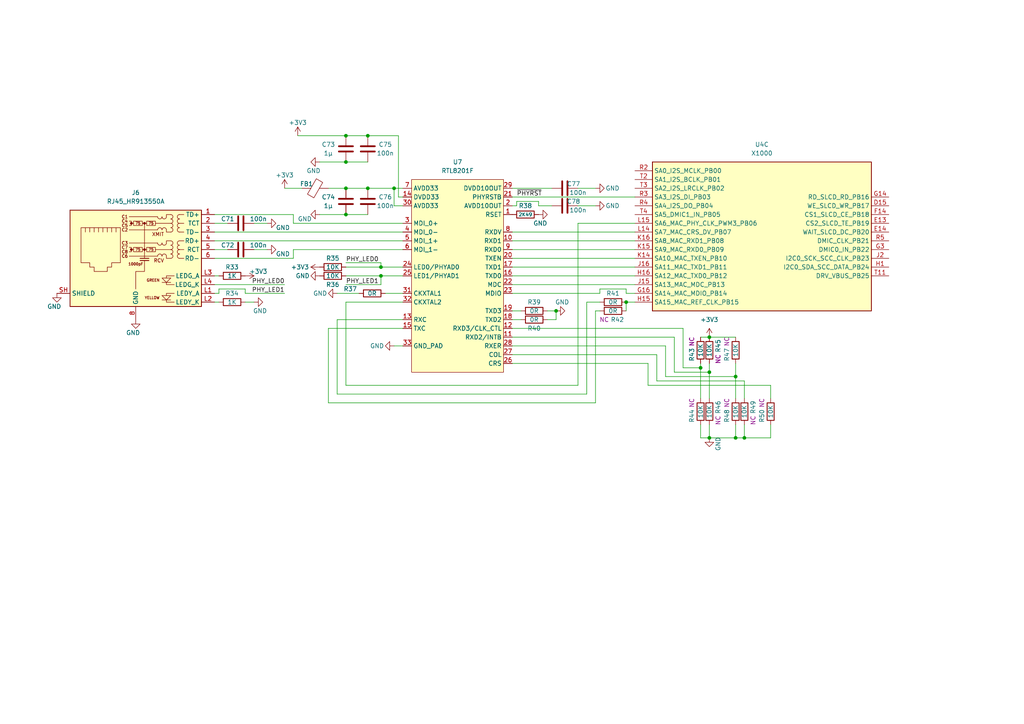
<source format=kicad_sch>
(kicad_sch (version 20211123) (generator eeschema)
  (paper "A4")
  (lib_symbols
    (symbol "Connector:RJ45_Bel_SI-60062-F"
      (property "Reference" "J" (at 19.05 15.24 0))
      (property "Value" "RJ45_Bel_SI-60062-F" (at -19.05 15.24 0))
      (symbol "RJ45_Bel_SI-60062-F_0_0"
        (circle (center -2.54 2.54) (radius 0.254) (stroke (width 0.254)) (fill (type outline)))
        (circle (center -2.54 10.16) (radius 0.254) (stroke (width 0.254)) (fill (type outline)))
        (polyline (pts (xy -7.62 -12.065) (xy -10.16 -12.065)))
        (polyline (pts (xy -7.62 -6.985) (xy -10.16 -6.985)))
        (polyline (pts (xy -2.54 10.16) (xy -2.54 0)))
        (polyline (pts (xy -1.27 -0.635) (xy -3.81 -0.635)) (stroke (width 0.254)))
        (polyline (pts (xy -1.27 0) (xy -3.81 0)) (stroke (width 0.254)))
        (polyline (pts (xy 1.27 2.54) (xy 0.635 2.54)))
        (polyline (pts (xy 1.27 10.16) (xy 0.635 10.16)))
        (polyline (pts (xy -11.176 -12.7) (xy -8.89 -12.7) (xy -8.89 -12.065)))
        (polyline (pts (xy -11.176 -10.16) (xy -8.89 -10.16) (xy -8.89 -10.795)))
        (polyline (pts (xy -11.176 -5.08) (xy -8.89 -5.08) (xy -8.89 -5.715)))
        (polyline (pts (xy -8.89 -6.985) (xy -8.89 -7.62) (xy -11.176 -7.62)))
        (polyline (pts (xy -10.16 -5.715) (xy -7.62 -5.715) (xy -8.89 -6.985) (xy -10.16 -5.715)))
        (polyline (pts (xy -7.62 -10.795) (xy -10.16 -10.795) (xy -8.89 -12.065) (xy -7.62 -10.795)))
        (polyline (pts (xy -2.54 -0.635) (xy -2.54 -3.81) (xy 0 -3.81) (xy 0 -8.89)))
        (polyline (pts (xy 1.905 3.175) (xy 1.27 3.175) (xy 1.27 1.905) (xy 1.905 1.905)))
        (polyline (pts (xy 1.905 10.795) (xy 1.27 10.795) (xy 1.27 9.525) (xy 1.905 9.525)))
        (circle (center 1.27 2.54) (radius 0.254) (stroke (width 0.254)) (fill (type outline)))
        (circle (center 1.27 10.16) (radius 0.254) (stroke (width 0.254)) (fill (type outline)))
        (text "1000pF" (at 0 -1.651 0) (effects (font (size 0.762 0.762))))
        (text "75" (at -4.445 2.54 0) (effects (font (size 0.762 0.762))))
        (text "75" (at -4.445 10.16 0) (effects (font (size 0.762 0.762))))
        (text "75" (at -0.635 2.54 0) (effects (font (size 0.762 0.762))))
        (text "75" (at -0.635 10.16 0) (effects (font (size 0.762 0.762))))
        (text "C1" (at 3.175 12.065 0) (effects (font (size 0.889 0.889))))
        (text "C2" (at 3.175 8.255 0) (effects (font (size 0.889 0.889))))
        (text "C3" (at 3.175 4.445 0) (effects (font (size 0.889 0.889))))
        (text "C4" (at 3.175 10.795 0) (effects (font (size 0.889 0.889))))
        (text "C5" (at 3.175 9.525 0) (effects (font (size 0.889 0.889))))
        (text "C6" (at 3.175 0.635 0) (effects (font (size 0.889 0.889))))
        (text "C7" (at 3.175 3.175 0) (effects (font (size 0.889 0.889))))
        (text "C8" (at 3.175 1.905 0) (effects (font (size 0.889 0.889))))
        (text "GREEN" (at -6.985 -6.35 0) (effects (font (size 0.762 0.762)) (justify left)))
        (text "RCV" (at -8.255 -0.635 0) (effects (font (size 1.016 1.016)) (justify left)))
        (text "XMIT" (at -8.255 6.985 0) (effects (font (size 1.016 1.016)) (justify left)))
        (text "YELLOW" (at -6.985 -11.43 0) (effects (font (size 0.762 0.762)) (justify left)))
      )
      (symbol "RJ45_Bel_SI-60062-F_0_1"
        (rectangle (start -19.05 -13.97) (end 19.05 13.97) (stroke (width 0.254)) (fill (type background)))
        (arc (start -12.7 0) (mid -12.065 0.635) (end -12.7 1.27))
        (arc (start -12.7 1.27) (mid -12.065 1.905) (end -12.7 2.54))
        (arc (start -12.7 2.54) (mid -12.065 3.175) (end -12.7 3.81))
        (arc (start -12.7 3.81) (mid -12.065 4.445) (end -12.7 5.08))
        (arc (start -12.7 7.62) (mid -12.065 8.255) (end -12.7 8.89))
        (arc (start -12.7 8.89) (mid -12.065 9.525) (end -12.7 10.16))
        (arc (start -12.7 10.16) (mid -12.065 10.795) (end -12.7 11.43))
        (arc (start -12.7 11.43) (mid -12.065 12.065) (end -12.7 12.7))
        (arc (start -10.16 1.27) (mid -10.795 0.635) (end -10.16 0))
        (arc (start -10.16 2.54) (mid -10.795 1.905) (end -10.16 1.27))
        (arc (start -10.16 3.81) (mid -10.795 3.175) (end -10.16 2.54))
        (arc (start -10.16 5.08) (mid -10.795 4.445) (end -10.16 3.81))
        (arc (start -10.16 8.89) (mid -10.795 8.255) (end -10.16 7.62))
        (arc (start -10.16 10.16) (mid -10.795 9.525) (end -10.16 8.89))
        (arc (start -10.16 11.43) (mid -10.795 10.795) (end -10.16 10.16))
        (arc (start -10.16 12.7) (mid -10.795 12.065) (end -10.16 11.43))
        (arc (start -8.89 4.445) (mid -8.255 3.81) (end -7.62 4.445))
        (arc (start -8.89 12.065) (mid -8.255 11.43) (end -7.62 12.065))
        (arc (start -7.62 0.635) (mid -8.255 1.27) (end -8.89 0.635))
        (arc (start -7.62 4.445) (mid -6.985 3.81) (end -6.35 4.445))
        (arc (start -7.62 8.255) (mid -8.255 8.89) (end -8.89 8.255))
        (arc (start -7.62 12.065) (mid -6.985 11.43) (end -6.35 12.065))
        (arc (start -6.35 0.635) (mid -6.985 1.27) (end -7.62 0.635))
        (arc (start -6.35 8.255) (mid -6.985 8.89) (end -7.62 8.255))
        (rectangle (start -5.715 3.175) (end -3.175 1.905))
        (rectangle (start -5.715 10.795) (end -3.175 9.525))
        (rectangle (start -1.905 3.175) (end 0.635 1.905))
        (rectangle (start -1.905 10.795) (end 0.635 9.525))
        (polyline (pts (xy -12.7 0) (xy -13.97 0)))
        (polyline (pts (xy -12.7 2.54) (xy -13.97 2.54)))
        (polyline (pts (xy -12.7 5.08) (xy -13.97 5.08)))
        (polyline (pts (xy -12.7 7.62) (xy -13.97 7.62)))
        (polyline (pts (xy -12.7 10.16) (xy -13.97 10.16)))
        (polyline (pts (xy -12.7 12.7) (xy -13.97 12.7)))
        (polyline (pts (xy -6.35 0.635) (xy 1.905 0.635)))
        (polyline (pts (xy -6.35 4.445) (xy 1.905 4.445)))
        (polyline (pts (xy -6.35 8.255) (xy 1.905 8.255)))
        (polyline (pts (xy -6.35 12.065) (xy 1.905 12.065)))
        (polyline (pts (xy -5.715 2.54) (xy -10.16 2.54)))
        (polyline (pts (xy -5.715 10.16) (xy -10.16 10.16)))
        (polyline (pts (xy -3.175 2.54) (xy -1.905 2.54)))
        (polyline (pts (xy -3.175 10.16) (xy -1.905 10.16)))
        (polyline (pts (xy 5.715 7.62) (xy 5.715 8.89)))
        (polyline (pts (xy 6.985 8.89) (xy 6.985 7.62)))
        (polyline (pts (xy 8.255 8.89) (xy 8.255 7.62)))
        (polyline (pts (xy 9.525 8.89) (xy 9.525 7.62)))
        (polyline (pts (xy 10.795 8.89) (xy 10.795 7.62)))
        (polyline (pts (xy 12.065 8.89) (xy 12.065 7.62)))
        (polyline (pts (xy 13.335 7.62) (xy 13.335 8.89)))
        (polyline (pts (xy 14.605 7.62) (xy 14.605 8.89)))
        (polyline (pts (xy -10.16 5.08) (xy -8.89 5.08) (xy -8.89 4.445)))
        (polyline (pts (xy -10.16 12.7) (xy -8.89 12.7) (xy -8.89 12.065)))
        (polyline (pts (xy -8.89 0.635) (xy -8.89 0) (xy -10.16 0)))
        (polyline (pts (xy -8.89 8.255) (xy -8.89 7.62) (xy -10.16 7.62)))
        (polyline (pts (xy 4.445 8.89) (xy 15.875 8.89) (xy 15.875 -1.27) (xy 13.335 -1.27) (xy 13.335 -2.54) (xy 12.065 -2.54) (xy 12.065 -3.81) (xy 8.255 -3.81) (xy 8.255 -2.54) (xy 6.985 -2.54) (xy 6.985 -1.27) (xy 4.445 -1.27) (xy 4.445 8.89)))
      )
      (symbol "RJ45_Bel_SI-60062-F_1_1"
        (pin passive line (at -22.86 12.7 0) (length 3.81) (name "TD+") (number "1"))
        (pin passive line (at -22.86 10.16 0) (length 3.81) (name "TCT") (number "2"))
        (pin passive line (at -22.86 7.62 0) (length 3.81) (name "TD-") (number "3"))
        (pin passive line (at -22.86 5.08 0) (length 3.81) (name "RD+") (number "4"))
        (pin passive line (at -22.86 2.54 0) (length 3.81) (name "RCT") (number "5"))
        (pin passive line (at -22.86 0 0) (length 3.81) (name "RD-") (number "6"))
        (pin no_connect line (at 5.08 -5.08 0) (length 0) hide (name "NC") (number "7"))
        (pin power_in line (at 0 -17.78 90) (length 3.81) (name "GND") (number "8"))
        (pin passive line (at -22.86 -10.16 0) (length 3.81) (name "LEDY_A") (number "L1"))
        (pin passive line (at -22.86 -12.7 0) (length 3.81) (name "LEDY_K") (number "L2"))
        (pin passive line (at -22.86 -5.08 0) (length 3.81) (name "LEDG_A") (number "L3"))
        (pin passive line (at -22.86 -7.62 0) (length 3.81) (name "LEDG_K") (number "L4"))
        (pin passive line (at 22.86 -10.16 180) (length 3.81) (name "SHIELD") (number "SH"))
      )
    )
    (symbol "Device:C" (pin_numbers hide) (pin_names (offset 0.254))
      (property "Reference" "C" (at 0.635 2.54 0))
      (property "Value" "C" (at 0.635 -2.54 0))
      (symbol "C_0_1"
        (polyline (pts (xy -2.032 -0.762) (xy 2.032 -0.762)) (stroke (width 0.508)))
        (polyline (pts (xy -2.032 0.762) (xy 2.032 0.762)) (stroke (width 0.508)))
      )
      (symbol "C_1_1"
        (pin passive line (at 0 3.81 270) (length 2.794) (name "~") (number "1"))
        (pin passive line (at 0 -3.81 90) (length 2.794) (name "~") (number "2"))
      )
    )
    (symbol "Device:FerriteBead" (pin_numbers hide) (pin_names (offset 0))
      (property "Reference" "FB" (at -3.81 0.635 90))
      (property "Value" "FerriteBead" (at 3.81 0 90))
      (symbol "FerriteBead_0_1"
        (polyline (pts (xy 0 -1.27) (xy 0 -1.2192)))
        (polyline (pts (xy 0 1.27) (xy 0 1.2954)))
        (polyline (pts (xy -2.7686 0.4064) (xy -1.7018 2.2606) (xy 2.7686 -0.3048) (xy 1.6764 -2.159) (xy -2.7686 0.4064)))
      )
      (symbol "FerriteBead_1_1"
        (pin passive line (at 0 3.81 270) (length 2.54) (name "~") (number "1"))
        (pin passive line (at 0 -3.81 90) (length 2.54) (name "~") (number "2"))
      )
    )
    (symbol "Device:R" (pin_numbers hide) (pin_names (offset 0))
      (property "Reference" "R" (at 2.032 0 90))
      (property "Value" "R" (at 0 0 90))
      (symbol "R_0_1"
        (rectangle (start -1.016 -2.54) (end 1.016 2.54) (stroke (width 0.254)))
      )
      (symbol "R_1_1"
        (pin passive line (at 0 3.81 270) (length 1.27) (name "~") (number "1"))
        (pin passive line (at 0 -3.81 90) (length 1.27) (name "~") (number "2"))
      )
    )
    (symbol "TheBrutzlers_Lib:RTL8201F"
      (property "Reference" "U" (at -8.89 11.43 0))
      (property "Value" "RTL8201F" (at 1.27 11.43 0))
      (symbol "RTL8201F_0_1"
        (rectangle (start -11.43 10.16) (end 15.24 -45.72) (fill (type background)))
      )
      (symbol "RTL8201F_1_1"
        (pin input line (at 17.78 0 180) (length 2.54) (name "RSET") (number "1"))
        (pin input line (at 17.78 -7.62 180) (length 2.54) (name "RXD1") (number "10"))
        (pin bidirectional line (at 17.78 -35.56 180) (length 2.54) (name "RXD2/INTB") (number "11"))
        (pin bidirectional line (at 17.78 -33.02 180) (length 2.54) (name "RXD3/CLK_CTL") (number "12"))
        (pin input line (at -13.97 -30.48 0) (length 2.54) (name "RXC") (number "13"))
        (pin power_in line (at -13.97 5.08 0) (length 2.54) (name "DVDD33") (number "14"))
        (pin input line (at -13.97 -33.02 0) (length 2.54) (name "TXC") (number "15"))
        (pin output line (at 17.78 -17.78 180) (length 2.54) (name "TXD0") (number "16"))
        (pin output line (at 17.78 -15.24 180) (length 2.54) (name "TXD1") (number "17"))
        (pin output line (at 17.78 -30.48 180) (length 2.54) (name "TXD2") (number "18"))
        (pin output line (at 17.78 -27.94 180) (length 2.54) (name "TXD3") (number "19"))
        (pin power_out line (at 17.78 2.54 180) (length 2.54) (name "AVDD10OUT") (number "2"))
        (pin output line (at 17.78 -12.7 180) (length 2.54) (name "TXEN") (number "20"))
        (pin input line (at 17.78 5.08 180) (length 2.54) (name "PHYRSTB") (number "21"))
        (pin bidirectional line (at 17.78 -20.32 180) (length 2.54) (name "MDC") (number "22"))
        (pin bidirectional line (at 17.78 -22.86 180) (length 2.54) (name "MDIO") (number "23"))
        (pin bidirectional line (at -13.97 -15.24 0) (length 2.54) (name "LED0/PHYAD0") (number "24"))
        (pin bidirectional line (at -13.97 -17.78 0) (length 2.54) (name "LED1/PHYAD1") (number "25"))
        (pin bidirectional line (at 17.78 -43.18 180) (length 2.54) (name "CRS") (number "26"))
        (pin bidirectional line (at 17.78 -40.64 180) (length 2.54) (name "COL") (number "27"))
        (pin bidirectional line (at 17.78 -38.1 180) (length 2.54) (name "RXER") (number "28"))
        (pin power_out line (at 17.78 7.62 180) (length 2.54) (name "DVDD10OUT") (number "29"))
        (pin input line (at -13.97 -2.54 0) (length 2.54) (name "MDI_0+") (number "3"))
        (pin power_in line (at -13.97 2.54 0) (length 2.54) (name "AVDD33") (number "30"))
        (pin bidirectional line (at -13.97 -22.86 0) (length 2.54) (name "CKXTAL1") (number "31"))
        (pin bidirectional line (at -13.97 -25.4 0) (length 2.54) (name "CKXTAL2") (number "32"))
        (pin power_in line (at -13.97 -38.1 0) (length 2.54) (name "GND_PAD") (number "33"))
        (pin input line (at -13.97 -5.08 0) (length 2.54) (name "MDI_0-") (number "4"))
        (pin input line (at -13.97 -7.62 0) (length 2.54) (name "MDI_1+") (number "5"))
        (pin input line (at -13.97 -10.16 0) (length 2.54) (name "MDI_1-") (number "6"))
        (pin power_in line (at -13.97 7.62 0) (length 2.54) (name "AVDD33") (number "7"))
        (pin bidirectional line (at 17.78 -5.08 180) (length 2.54) (name "RXDV") (number "8"))
        (pin input line (at 17.78 -10.16 180) (length 2.54) (name "RXD0") (number "9"))
      )
    )
    (symbol "TheBrutzlers_Lib:X1000"
      (property "Reference" "U" (at 13.97 6.35 0))
      (property "Value" "X1000" (at 13.97 3.81 0))
      (symbol "X1000_1_1"
        (rectangle (start 5.08 2.54) (end 20.32 -22.86) (stroke (width 0.254)) (fill (type background)))
        (pin output line (at 25.4 -17.78 180) (length 5.08) (name "COEDC_PWMRP") (number "M15"))
        (pin output line (at 25.4 -20.32 180) (length 5.08) (name "CODEC_PWMRN") (number "M16"))
        (pin output line (at 25.4 -12.7 180) (length 5.08) (name "CODEC_PWMLP") (number "N15"))
        (pin output line (at 25.4 -15.24 180) (length 5.08) (name "CODEC_PWMLN") (number "N16"))
        (pin power_in line (at 25.4 0 180) (length 5.08) (name "CODEC_VREFP") (number "P15"))
        (pin unspecified line (at 25.4 -10.16 180) (length 5.08) (name "MICBIAS") (number "R14"))
        (pin bidirectional line (at 25.4 -7.62 180) (length 5.08) (name "AIN") (number "R15"))
        (pin bidirectional line (at 25.4 -5.08 180) (length 5.08) (name "AIP") (number "R16"))
        (pin power_out line (at 25.4 -2.54 180) (length 5.08) (name "VCAP") (number "T15"))
      )
      (symbol "X1000_2_1"
        (rectangle (start 5.08 2.54) (end 71.12 -40.64) (stroke (width 0.254)) (fill (type background)))
        (pin bidirectional line (at 76.2 -35.56 180) (length 5.08) (name "SD14_SLCD_D14_CIM_D5_PA14") (number "A11"))
        (pin bidirectional line (at 76.2 -25.4 180) (length 5.08) (name "SD10_SLCD_D10_CIM_VSYN_PA10") (number "A15"))
        (pin bidirectional line (at 0 -25.4 0) (length 5.08) (name "SFC_CLK_SSI0_CLK_PA26") (number "A7"))
        (pin bidirectional line (at 76.2 -38.1 180) (length 5.08) (name "SD15_SLCD_D15_CIM_D4_PA15") (number "B11"))
        (pin bidirectional line (at 76.2 -22.86 180) (length 5.08) (name "SD9_SLCD_D9_CIM_HSYN_PA09") (number "B15"))
        (pin bidirectional line (at 76.2 -17.78 180) (length 5.08) (name "SD7_SLCD_D7_PA07") (number "B16"))
        (pin bidirectional line (at 0 -33.02 0) (length 5.08) (name "SFC_DT_SSI0_DT_PA29") (number "B7"))
        (pin bidirectional line (at 0 -30.48 0) (length 5.08) (name "SFC_DR_SSI0_DR_PA28") (number "B8"))
        (pin bidirectional line (at 76.2 -33.02 180) (length 5.08) (name "SD13_SLCD_D13_CIM_D6_PA13") (number "C11"))
        (pin bidirectional line (at 76.2 -27.94 180) (length 5.08) (name "SD11_SLCD_D11_CIM_MCLK_PA11") (number "C14"))
        (pin bidirectional line (at 76.2 -20.32 180) (length 5.08) (name "SD8_SLCD_D8_CIM_PCLK_PA08") (number "C15"))
        (pin bidirectional line (at 76.2 -12.7 180) (length 5.08) (name "SD5_SLCD_D5_UART1_TXD_PA05") (number "C16"))
        (pin bidirectional line (at 0 -38.1 0) (length 5.08) (name "SFC_HOLD_SSI0_GPC_PA31") (number "C6"))
        (pin bidirectional line (at 0 -27.94 0) (length 5.08) (name "SFC_CE_SSI0_CE0_PA27") (number "C7"))
        (pin bidirectional line (at 76.2 -30.48 180) (length 5.08) (name "SD12_SLCD_D12_CIM_D7_PA12") (number "D11"))
        (pin bidirectional line (at 76.2 -10.16 180) (length 5.08) (name "SD4_SLCD_D4_UART1_RXD_PA04") (number "D16"))
        (pin bidirectional line (at 0 -35.56 0) (length 5.08) (name "SFC_WP_SSI0_CE1_PA30") (number "D6"))
        (pin bidirectional line (at 76.2 -15.24 180) (length 5.08) (name "SD6_SLCD_D6_PA06") (number "E15"))
        (pin bidirectional line (at 76.2 -5.08 180) (length 5.08) (name "SD2_SLCD_D2_UART2_RXD_PA02") (number "E16"))
        (pin bidirectional line (at 76.2 -7.62 180) (length 5.08) (name "SD3_SLCD_D3_UART2_TXD_PA03") (number "F15"))
        (pin bidirectional line (at 76.2 0 180) (length 5.08) (name "SD0_SLCD_D0_I2C1_SCK_PA00") (number "F16"))
        (pin bidirectional line (at 76.2 -2.54 180) (length 5.08) (name "SD1_SLCD_D1_I2C1_SDA_PA01") (number "G15"))
      )
      (symbol "X1000_3_1"
        (rectangle (start 5.08 2.54) (end 68.58 -40.64) (stroke (width 0.254)) (fill (type background)))
        (pin bidirectional line (at 73.66 -10.16 180) (length 5.08) (name "WE_SLCD_WR_PB17") (number "D15"))
        (pin bidirectional line (at 73.66 -15.24 180) (length 5.08) (name "CS2_SLCD_TE_PB19") (number "E13"))
        (pin bidirectional line (at 73.66 -17.78 180) (length 5.08) (name "WAIT_SLCD_DC_PB20") (number "E14"))
        (pin bidirectional line (at 73.66 -12.7 180) (length 5.08) (name "CS1_SLCD_CE_PB18") (number "F14"))
        (pin bidirectional line (at 73.66 -7.62 180) (length 5.08) (name "RD_SLCD_RD_PB16") (number "G14"))
        (pin bidirectional line (at 0 -35.56 0) (length 5.08) (name "SA14_MAC_MDIO_PB14") (number "G16"))
        (pin bidirectional line (at 73.66 -22.86 180) (length 5.08) (name "DMIC0_IN_PB22") (number "G3"))
        (pin bidirectional line (at 73.66 -27.94 180) (length 5.08) (name "I2C0_SDA_SCC_DATA_PB24") (number "H1"))
        (pin bidirectional line (at 0 -38.1 0) (length 5.08) (name "SA15_MAC_REF_CLK_PB15") (number "H15"))
        (pin bidirectional line (at 0 -30.48 0) (length 5.08) (name "SA12_MAC_TXD0_PB12") (number "H16"))
        (pin bidirectional line (at 0 -33.02 0) (length 5.08) (name "SA13_MAC_MDC_PB13") (number "J15"))
        (pin bidirectional line (at 0 -27.94 0) (length 5.08) (name "SA11_MAC_TXD1_PB11") (number "J16"))
        (pin bidirectional line (at 73.66 -25.4 180) (length 5.08) (name "I2C0_SCK_SCC_CLK_PB23") (number "J2"))
        (pin bidirectional line (at 0 -25.4 0) (length 5.08) (name "SA10_MAC_TXEN_PB10") (number "K14"))
        (pin bidirectional line (at 0 -22.86 0) (length 5.08) (name "SA9_MAC_RXD0_PB09") (number "K15"))
        (pin bidirectional line (at 0 -20.32 0) (length 5.08) (name "SA8_MAC_RXD1_PB08") (number "K16"))
        (pin bidirectional line (at 0 -17.78 0) (length 5.08) (name "SA7_MAC_CRS_DV_PB07") (number "L14"))
        (pin bidirectional line (at 0 -15.24 0) (length 5.08) (name "SA6_MAC_PHY_CLK_PWM3_PB06") (number "L15"))
        (pin bidirectional line (at 0 0 0) (length 5.08) (name "SA0_I2S_MCLK_PB00") (number "R2"))
        (pin bidirectional line (at 0 -7.62 0) (length 5.08) (name "SA3_I2S_DI_PB03") (number "R3"))
        (pin bidirectional line (at 0 -10.16 0) (length 5.08) (name "SA4_I2S_DO_PB04") (number "R4"))
        (pin bidirectional line (at 73.66 -20.32 180) (length 5.08) (name "DMIC_CLK_PB21") (number "R5"))
        (pin bidirectional line (at 73.66 -30.48 180) (length 5.08) (name "DRV_VBUS_PB25") (number "T11"))
        (pin bidirectional line (at 0 -2.54 0) (length 5.08) (name "SA1_I2S_BCLK_PB01") (number "T2"))
        (pin bidirectional line (at 0 -5.08 0) (length 5.08) (name "SA2_I2S_LRCLK_PB02") (number "T3"))
        (pin bidirectional line (at 0 -12.7 0) (length 5.08) (name "SA5_DMIC1_IN_PB05") (number "T4"))
      )
      (symbol "X1000_4_1"
        (rectangle (start 15.24 0) (end 60.96 -46.99) (stroke (width 0.254)) (fill (type background)))
        (pin bidirectional line (at 66.04 -16.51 180) (length 5.08) (name "MSC0_D4_CIM_D0_PA19") (number "A10"))
        (pin bidirectional line (at 66.04 -1.27 180) (length 5.08) (name "MSC0_CMD_SSI0_CE0_PA25") (number "A12"))
        (pin bidirectional line (at 66.04 -6.35 180) (length 5.08) (name "MSC0_D0_SSI0_DR_PA23") (number "A13"))
        (pin bidirectional line (at 66.04 -11.43 180) (length 5.08) (name "MSC0_D2_SSI0_CE1_PA21") (number "A14"))
        (pin bidirectional line (at 10.16 -16.51 0) (length 5.08) (name "PC17") (number "A2"))
        (pin bidirectional line (at 10.16 -24.13 0) (length 5.08) (name "PC20") (number "A3"))
        (pin bidirectional line (at 10.16 -31.75 0) (length 5.08) (name "PC23") (number "A4"))
        (pin bidirectional line (at 66.04 -44.45 180) (length 5.08) (name "UART0_RTS_PC13") (number "A5"))
        (pin bidirectional line (at 66.04 -39.37 180) (length 5.08) (name "UART0_TXD_PC11") (number "A6"))
        (pin bidirectional line (at 66.04 -21.59 180) (length 5.08) (name "MSC0_D6_CIM_D2_PA17") (number "A9"))
        (pin bidirectional line (at 66.04 -29.21 180) (length 5.08) (name "PCM_DO_PC07") (number "B1"))
        (pin bidirectional line (at 66.04 -19.05 180) (length 5.08) (name "MSC0_D5_CIM_D1_PA18") (number "B10"))
        (pin bidirectional line (at 66.04 -3.81 180) (length 5.08) (name "MSC0_CLK_SSI0_CLK_PA24") (number "B12"))
        (pin bidirectional line (at 66.04 -8.89 180) (length 5.08) (name "MSC0_D1_SSI0_DT_PA22") (number "B13"))
        (pin bidirectional line (at 66.04 -13.97 180) (length 5.08) (name "MSC0_D3_SSI0_GPC_PA20") (number "B14"))
        (pin bidirectional line (at 10.16 -13.97 0) (length 5.08) (name "PC16") (number "B2"))
        (pin bidirectional line (at 10.16 -21.59 0) (length 5.08) (name "PC19") (number "B3"))
        (pin bidirectional line (at 10.16 -29.21 0) (length 5.08) (name "PC22") (number "B4"))
        (pin bidirectional line (at 66.04 -41.91 180) (length 5.08) (name "UART0_CTS_PC12") (number "B5"))
        (pin bidirectional line (at 66.04 -36.83 180) (length 5.08) (name "UART0_RXD_PC10") (number "B6"))
        (pin bidirectional line (at 66.04 -26.67 180) (length 5.08) (name "PCM_CLK_PC06") (number "C1"))
        (pin bidirectional line (at 66.04 -24.13 180) (length 5.08) (name "MSC0_D7_CIM_D3_PA16") (number "C10"))
        (pin bidirectional line (at 66.04 -34.29 180) (length 5.08) (name "PCM_SYN_PC09") (number "C2"))
        (pin bidirectional line (at 10.16 -19.05 0) (length 5.08) (name "PC18") (number "C3"))
        (pin bidirectional line (at 66.04 -31.75 180) (length 5.08) (name "PCM_DI_PC08") (number "D2"))
        (pin bidirectional line (at 10.16 -26.67 0) (length 5.08) (name "PC21") (number "E4"))
        (pin bidirectional line (at 10.16 -41.91 0) (length 5.08) (name "I2C1_SDA_PWM2_PC27") (number "J1"))
        (pin bidirectional line (at 10.16 -36.83 0) (length 5.08) (name "PWM0_PC25") (number "K1"))
        (pin bidirectional line (at 10.16 -39.37 0) (length 5.08) (name "I2C1_SCK_PWM1_PC26") (number "K2"))
        (pin bidirectional line (at 10.16 -34.29 0) (length 5.08) (name "PWM4_PC24") (number "L1"))
      )
      (symbol "X1000_5_1"
        (rectangle (start 5.08 2.54) (end 38.1 -15.24) (stroke (width 0.254)) (fill (type background)))
        (pin bidirectional line (at 43.18 -12.7 180) (length 5.08) (name "UART2_RXD_UART1_RTS_PD05") (number "N1"))
        (pin bidirectional line (at 43.18 -10.16 180) (length 5.08) (name "UART2_TXD_UART1_CTS_PD04") (number "N2"))
        (pin bidirectional line (at 43.18 -7.62 180) (length 5.08) (name "SSI0_DR_UART1_TXD_PD03") (number "P1"))
        (pin bidirectional line (at 43.18 -5.08 180) (length 5.08) (name "SSI0_DT_UART1_RXD_PD02") (number "P2"))
        (pin bidirectional line (at 43.18 0 180) (length 5.08) (name "SSI0_CLK_I2C2_SCK_PD00") (number "P3"))
        (pin bidirectional line (at 43.18 -2.54 180) (length 5.08) (name "SSI0_CE0_I2C2_SDA_PD01") (number "R1"))
      )
      (symbol "X1000_6_1"
        (rectangle (start 5.08 2.54) (end 35.56 -30.48) (stroke (width 0.254)) (fill (type background)))
        (pin power_in line (at 0 -17.78 0) (length 5.08) (name "VREF0") (number "A8"))
        (pin power_in line (at 0 -15.24 0) (length 5.08) (name "ZQ") (number "B9"))
        (pin passive line (at 0 -2.54 0) (length 5.08) hide (name "VSSMEM[6]") (number "E10"))
        (pin power_in line (at 0 -5.08 0) (length 5.08) (name "LPDDR_VDD[3]") (number "E6"))
        (pin power_in line (at 0 0 0) (length 5.08) (name "VDDMEM[6]") (number "E7"))
        (pin passive line (at 0 0 0) (length 5.08) hide (name "VDDMEM[6]") (number "E8"))
        (pin power_in line (at 0 -2.54 0) (length 5.08) (name "VSSMEM[6]") (number "E9"))
        (pin passive line (at 0 -2.54 0) (length 5.08) hide (name "VSSMEM[6]") (number "F10"))
        (pin power_in line (at 40.64 -12.7 180) (length 5.08) (name "VDD[8]") (number "F11"))
        (pin power_in line (at 0 -10.16 0) (length 5.08) (name "LPDDR_VDDQ[5]") (number "F5"))
        (pin passive line (at 0 -5.08 0) (length 5.08) hide (name "LPDDR_VDD[3]") (number "F6"))
        (pin passive line (at 0 0 0) (length 5.08) hide (name "VDDMEM[6]") (number "F7"))
        (pin passive line (at 0 0 0) (length 5.08) hide (name "VDDMEM[6]") (number "F8"))
        (pin passive line (at 0 -2.54 0) (length 5.08) hide (name "VSSMEM[6]") (number "F9"))
        (pin passive line (at 0 -2.54 0) (length 5.08) hide (name "VSSMEM[6]") (number "G10"))
        (pin passive line (at 40.64 -12.7 180) (length 5.08) hide (name "VDD[8]") (number "G11"))
        (pin passive line (at 40.64 -12.7 180) (length 5.08) hide (name "VDD[8]") (number "G12"))
        (pin passive line (at 0 -10.16 0) (length 5.08) hide (name "LPDDR_VDDQ[5]") (number "G5"))
        (pin passive line (at 0 -5.08 0) (length 5.08) hide (name "LPDDR_VDD[3]") (number "G6"))
        (pin passive line (at 0 0 0) (length 5.08) hide (name "VDDMEM[6]") (number "G7"))
        (pin passive line (at 0 0 0) (length 5.08) hide (name "VDDMEM[6]") (number "G8"))
        (pin passive line (at 0 -2.54 0) (length 5.08) hide (name "VSSMEM[6]") (number "G9"))
        (pin passive line (at 40.64 -12.7 180) (length 5.08) hide (name "VDD[8]") (number "H10"))
        (pin passive line (at 40.64 -12.7 180) (length 5.08) hide (name "VDD[8]") (number "H11"))
        (pin passive line (at 40.64 -12.7 180) (length 5.08) hide (name "VDD[8]") (number "H12"))
        (pin passive line (at 0 -10.16 0) (length 5.08) hide (name "LPDDR_VDDQ[5]") (number "H5"))
        (pin passive line (at 0 -10.16 0) (length 5.08) hide (name "LPDDR_VDDQ[5]") (number "H6"))
        (pin passive line (at 0 -10.16 0) (length 5.08) hide (name "LPDDR_VDDQ[5]") (number "H7"))
        (pin power_in line (at 40.64 -10.16 180) (length 5.08) (name "VSS[11]") (number "J10"))
        (pin passive line (at 40.64 -12.7 180) (length 5.08) hide (name "VDD[8]") (number "J11"))
        (pin passive line (at 40.64 -12.7 180) (length 5.08) hide (name "VDD[8]") (number "J12"))
        (pin power_in line (at 0 -12.7 0) (length 5.08) (name "LPDDR_VSSQ[5]") (number "J5"))
        (pin passive line (at 0 -12.7 0) (length 5.08) hide (name "LPDDR_VSSQ[5]") (number "J6"))
        (pin power_in line (at 0 -7.62 0) (length 5.08) (name "LPDDR_VSS[3]") (number "J7"))
        (pin passive line (at 40.64 -10.16 180) (length 5.08) hide (name "VSS[11]") (number "K10"))
        (pin power_in line (at 40.64 -5.08 180) (length 5.08) (name "VDDIO[3]") (number "K11"))
        (pin passive line (at 40.64 -5.08 180) (length 5.08) hide (name "VDDIO[3]") (number "K12"))
        (pin passive line (at 0 -12.7 0) (length 5.08) hide (name "LPDDR_VSSQ[5]") (number "K5"))
        (pin passive line (at 0 -12.7 0) (length 5.08) hide (name "LPDDR_VSSQ[5]") (number "K6"))
        (pin passive line (at 0 -7.62 0) (length 5.08) hide (name "LPDDR_VSS[3]") (number "K7"))
        (pin passive line (at 40.64 -10.16 180) (length 5.08) hide (name "VSS[11]") (number "K8"))
        (pin passive line (at 40.64 -10.16 180) (length 5.08) hide (name "VSS[11]") (number "K9"))
        (pin passive line (at 40.64 -10.16 180) (length 5.08) hide (name "VSS[11]") (number "L10"))
        (pin passive line (at 40.64 -10.16 180) (length 5.08) hide (name "VSS[11]") (number "L11"))
        (pin passive line (at 40.64 -5.08 180) (length 5.08) hide (name "VDDIO[3]") (number "L12"))
        (pin power_in line (at 40.64 -15.24 180) (length 5.08) (name "VDDIO_CODEC") (number "L16"))
        (pin passive line (at 0 -12.7 0) (length 5.08) hide (name "LPDDR_VSSQ[5]") (number "L6"))
        (pin passive line (at 0 -7.62 0) (length 5.08) hide (name "LPDDR_VSS[3]") (number "L7"))
        (pin passive line (at 40.64 -10.16 180) (length 5.08) hide (name "VSS[11]") (number "L8"))
        (pin passive line (at 40.64 -10.16 180) (length 5.08) hide (name "VSS[11]") (number "L9"))
        (pin passive line (at 40.64 -10.16 180) (length 5.08) hide (name "VSS[11]") (number "M10"))
        (pin power_in line (at 40.64 -17.78 180) (length 5.08) (name "VSSIO_CODEC") (number "M14"))
        (pin passive line (at 40.64 -10.16 180) (length 5.08) hide (name "VSS[11]") (number "M8"))
        (pin passive line (at 40.64 -10.16 180) (length 5.08) hide (name "VSS[11]") (number "M9"))
        (pin power_in line (at 40.64 -7.62 180) (length 5.08) (name "VDDIO_5T") (number "N6"))
        (pin power_in line (at 0 -20.32 0) (length 5.08) (name "VSSRTC") (number "N7"))
        (pin power_in line (at 40.64 -27.94 180) (length 5.08) (name "PLL_AVSS") (number "P10"))
        (pin power_in line (at 40.64 -2.54 180) (length 5.08) (name "CODEC_AVSS") (number "P14"))
        (pin power_in line (at 40.64 0 180) (length 5.08) (name "CODEC_AVDD") (number "P16"))
        (pin power_in line (at 40.64 -22.86 180) (length 5.08) (name "PLL_DVSS") (number "P9"))
        (pin power_in line (at 40.64 -25.4 180) (length 5.08) (name "PLL_AVDD") (number "R9"))
        (pin power_in line (at 0 -22.86 0) (length 5.08) (name "VDDRTC") (number "T6"))
        (pin power_in line (at 40.64 -20.32 180) (length 5.08) (name "PLL_DVDD") (number "T9"))
      )
      (symbol "X1000_7_1"
        (rectangle (start 5.08 2.54) (end 48.26 -35.56) (stroke (width 0.254)) (fill (type background)))
        (pin bidirectional line (at 53.34 -20.32 180) (length 5.08) (name "EXCLK_PB27") (number "F1"))
        (pin output line (at 0 -22.86 0) (length 5.08) (name "TDO_UART2_TXD") (number "G1"))
        (pin input line (at 0 -25.4 0) (length 5.08) (name "TDI_UART2_RXD") (number "G2"))
        (pin power_in line (at 0 -33.02 0) (length 5.08) (name "AVDEFUSE") (number "H2"))
        (pin input line (at 0 -20.32 0) (length 5.08) (name "pad_TRST_") (number "K3"))
        (pin bidirectional line (at 53.34 -25.4 180) (length 5.08) (name "BOOT_SEL1_PB29") (number "L2"))
        (pin input line (at 0 -27.94 0) (length 5.08) (name "TCK") (number "L3"))
        (pin bidirectional line (at 53.34 -27.94 180) (length 5.08) (name "BOOT_SEL2_PB30") (number "M1"))
        (pin bidirectional line (at 53.34 -22.86 180) (length 5.08) (name "BOOT_SEL0_PB28") (number "M2"))
        (pin bidirectional line (at 0 -30.48 0) (length 5.08) (name "TMS") (number "M3"))
        (pin input line (at 0 -7.62 0) (length 5.08) (name "PPRST_") (number "P6"))
        (pin input line (at 0 -10.16 0) (length 5.08) (name "TEST_TE") (number "P7"))
        (pin output line (at 0 -17.78 0) (length 5.08) (name "EXCLK_XO(EXCLK_O)") (number "R10"))
        (pin bidirectional line (at 53.34 -30.48 180) (length 5.08) (name "WKUP_PB31") (number "R6"))
        (pin output line (at 0 -5.08 0) (length 5.08) (name "PWRON") (number "R7"))
        (pin input line (at 0 0 0) (length 5.08) (name "RTCLK") (number "R8"))
        (pin input line (at 0 -15.24 0) (length 5.08) (name "EXCLK_XI(EXCLK_I)") (number "T10"))
        (pin bidirectional line (at 53.34 -17.78 180) (length 5.08) (name "RTC32K_PB26") (number "T5"))
        (pin power_out line (at 0 -12.7 0) (length 5.08) (name "LDOOUT") (number "T7"))
        (pin output line (at 0 -2.54 0) (length 5.08) (name "XRTCLK") (number "T8"))
      )
      (symbol "X1000_8_1"
        (rectangle (start 5.08 2.54) (end 30.48 -20.32) (stroke (width 0.254)) (fill (type background)))
        (pin input line (at 35.56 -7.62 180) (length 5.08) (name "USB_ID(OTG_ID)") (number "P11"))
        (pin input line (at 35.56 -5.08 180) (length 5.08) (name "USB_VBUS(OTG_VBUS)") (number "P13"))
        (pin power_in line (at 35.56 -15.24 180) (length 5.08) (name "AVSOTG") (number "R11"))
        (pin bidirectional line (at 35.56 0 180) (length 5.08) (name "USB_DP0(OTG_DP)") (number "R12"))
        (pin bidirectional line (at 35.56 -10.16 180) (length 5.08) (name "OTG_TXR_RKL") (number "R13"))
        (pin bidirectional line (at 35.56 -2.54 180) (length 5.08) (name "USB_DM0(OTG_DM)") (number "T12"))
        (pin power_in line (at 35.56 -17.78 180) (length 5.08) (name "AVDOTG25") (number "T13"))
        (pin power_in line (at 35.56 -12.7 180) (length 5.08) (name "AVDOTG") (number "T14"))
      )
      (symbol "X1000_9_1"
        (rectangle (start 2.54 1.27) (end 20.32 -16.51) (stroke (width 0.254)) (fill (type background)))
        (pin bidirectional line (at 25.4 -6.35 180) (length 5.08) (name "MSC1_D0_PC02") (number "D1"))
        (pin bidirectional line (at 25.4 -1.27 180) (length 5.08) (name "MSC1_CLK_PC00") (number "E1"))
        (pin bidirectional line (at 25.4 -8.89 180) (length 5.08) (name "MSC1_D1_PC03") (number "E2"))
        (pin bidirectional line (at 25.4 -13.97 180) (length 5.08) (name "MSC1_D3_PC05") (number "E3"))
        (pin bidirectional line (at 25.4 -3.81 180) (length 5.08) (name "MSC1_CMD_PC01") (number "F2"))
        (pin bidirectional line (at 25.4 -11.43 180) (length 5.08) (name "MSC1_D2_PC04") (number "F3"))
      )
    )
    (symbol "power:+3V3" (power) (pin_names (offset 0))
      (property "Value" "+3V3" (at 0 3.556 0))
      (symbol "+3V3_0_1"
        (polyline (pts (xy -0.762 1.27) (xy 0 2.54)))
        (polyline (pts (xy 0 0) (xy 0 2.54)))
        (polyline (pts (xy 0 2.54) (xy 0.762 1.27)))
      )
      (symbol "+3V3_1_1"
        (pin power_in line (at 0 0 90) (length 0) hide (name "+3V3") (number "1"))
      )
    )
    (symbol "power:GND" (power) (pin_names (offset 0))
      (property "Value" "GND" (at 0 -3.81 0))
      (symbol "GND_0_1"
        (polyline (pts (xy 0 0) (xy 0 -1.27) (xy 1.27 -1.27) (xy 0 -2.54) (xy -1.27 -1.27) (xy 0 -1.27)))
      )
      (symbol "GND_1_1"
        (pin power_in line (at 0 0 270) (length 0) hide (name "GND") (number "1"))
      )
    )
  )
  (junction (at 100.33 62.23))
  (junction (at 213.36 109.22))
  (junction (at 110.49 80.01))
  (junction (at 100.33 39.37))
  (junction (at 110.49 77.47))
  (junction (at 114.3 54.61))
  (junction (at 100.33 46.99))
  (junction (at 161.29 90.17))
  (junction (at 213.36 127))
  (junction (at 205.74 127))
  (junction (at 106.68 39.37))
  (junction (at 203.2 106.68))
  (junction (at 205.74 97.79))
  (junction (at 106.68 54.61))
  (junction (at 100.33 54.61))
  (junction (at 205.74 107.95))
  (junction (at 215.9 127))
  (junction (at 181.61 87.63))
  (wire (pts (xy 156.21 58.42) (xy 156.21 59.69)))
  (wire (pts (xy 215.9 127) (xy 223.52 127)))
  (wire (pts (xy 213.36 127) (xy 215.9 127)))
  (wire (pts (xy 100.33 77.47) (xy 110.49 77.47)))
  (wire (pts (xy 66.04 72.39) (xy 62.23 72.39)))
  (wire (pts (xy 85.09 62.23) (xy 85.09 64.77)))
  (wire (pts (xy 110.49 82.55) (xy 110.49 80.01)))
  (wire (pts (xy 156.21 59.69) (xy 160.02 59.69)))
  (wire (pts (xy 62.23 62.23) (xy 85.09 62.23)))
  (wire (pts (xy 148.59 100.33) (xy 193.04 100.33)))
  (wire (pts (xy 181.61 83.82) (xy 173.99 83.82)))
  (wire (pts (xy 148.59 85.09) (xy 173.99 85.09)))
  (wire (pts (xy 148.59 59.69) (xy 149.86 59.69)))
  (wire (pts (xy 158.75 92.71) (xy 161.29 92.71)))
  (wire (pts (xy 62.23 74.93) (xy 85.09 74.93)))
  (wire (pts (xy 172.72 116.84) (xy 172.72 90.17)))
  (wire (pts (xy 215.9 110.49) (xy 215.9 115.57)))
  (wire (pts (xy 184.15 64.77) (xy 167.64 64.77)))
  (wire (pts (xy 173.99 83.82) (xy 173.99 85.09)))
  (wire (pts (xy 167.64 111.76) (xy 100.33 111.76)))
  (wire (pts (xy 100.33 82.55) (xy 110.49 82.55)))
  (wire (pts (xy 205.74 97.79) (xy 213.36 97.79)))
  (wire (pts (xy 114.3 100.33) (xy 116.84 100.33)))
  (wire (pts (xy 148.59 102.87) (xy 190.5 102.87)))
  (wire (pts (xy 95.25 116.84) (xy 172.72 116.84)))
  (wire (pts (xy 148.59 77.47) (xy 184.15 77.47)))
  (wire (pts (xy 100.33 54.61) (xy 106.68 54.61)))
  (wire (pts (xy 190.5 102.87) (xy 190.5 110.49)))
  (wire (pts (xy 205.74 123.19) (xy 205.74 127)))
  (wire (pts (xy 106.68 54.61) (xy 114.3 54.61)))
  (wire (pts (xy 167.64 64.77) (xy 167.64 111.76)))
  (wire (pts (xy 203.2 105.41) (xy 203.2 106.68)))
  (wire (pts (xy 213.36 123.19) (xy 213.36 127)))
  (wire (pts (xy 205.74 105.41) (xy 205.74 107.95)))
  (wire (pts (xy 116.84 95.25) (xy 95.25 95.25)))
  (wire (pts (xy 110.49 76.2) (xy 110.49 77.47)))
  (wire (pts (xy 158.75 90.17) (xy 161.29 90.17)))
  (wire (pts (xy 62.23 67.31) (xy 116.84 67.31)))
  (wire (pts (xy 161.29 90.17) (xy 161.29 92.71)))
  (wire (pts (xy 116.84 57.15) (xy 115.57 57.15)))
  (wire (pts (xy 148.59 105.41) (xy 187.96 105.41)))
  (wire (pts (xy 97.79 92.71) (xy 116.84 92.71)))
  (wire (pts (xy 148.59 54.61) (xy 160.02 54.61)))
  (wire (pts (xy 63.5 85.09) (xy 63.5 83.82)))
  (wire (pts (xy 85.09 64.77) (xy 116.84 64.77)))
  (wire (pts (xy 106.68 39.37) (xy 115.57 39.37)))
  (wire (pts (xy 149.86 59.69) (xy 149.86 58.42)))
  (wire (pts (xy 148.59 67.31) (xy 184.15 67.31)))
  (wire (pts (xy 190.5 110.49) (xy 215.9 110.49)))
  (wire (pts (xy 148.59 97.79) (xy 195.58 97.79)))
  (wire (pts (xy 100.33 76.2) (xy 110.49 76.2)))
  (wire (pts (xy 149.86 58.42) (xy 156.21 58.42)))
  (wire (pts (xy 71.12 87.63) (xy 73.66 87.63)))
  (wire (pts (xy 187.96 111.76) (xy 223.52 111.76)))
  (wire (pts (xy 193.04 109.22) (xy 213.36 109.22)))
  (wire (pts (xy 110.49 80.01) (xy 116.84 80.01)))
  (wire (pts (xy 73.66 64.77) (xy 77.47 64.77)))
  (wire (pts (xy 187.96 105.41) (xy 187.96 111.76)))
  (wire (pts (xy 63.5 83.82) (xy 71.12 83.82)))
  (wire (pts (xy 82.55 54.61) (xy 87.63 54.61)))
  (wire (pts (xy 92.71 62.23) (xy 100.33 62.23)))
  (wire (pts (xy 71.12 83.82) (xy 71.12 85.09)))
  (wire (pts (xy 203.2 97.79) (xy 205.74 97.79)))
  (wire (pts (xy 203.2 106.68) (xy 203.2 115.57)))
  (wire (pts (xy 148.59 90.17) (xy 151.13 90.17)))
  (wire (pts (xy 100.33 87.63) (xy 116.84 87.63)))
  (wire (pts (xy 114.3 59.69) (xy 114.3 54.61)))
  (wire (pts (xy 62.23 69.85) (xy 116.84 69.85)))
  (wire (pts (xy 205.74 107.95) (xy 205.74 115.57)))
  (wire (pts (xy 195.58 97.79) (xy 195.58 107.95)))
  (wire (pts (xy 172.72 90.17) (xy 173.99 90.17)))
  (wire (pts (xy 181.61 85.09) (xy 181.61 83.82)))
  (wire (pts (xy 198.12 95.25) (xy 198.12 106.68)))
  (wire (pts (xy 86.36 39.37) (xy 100.33 39.37)))
  (wire (pts (xy 148.59 82.55) (xy 184.15 82.55)))
  (wire (pts (xy 62.23 85.09) (xy 63.5 85.09)))
  (wire (pts (xy 62.23 82.55) (xy 82.55 82.55)))
  (wire (pts (xy 95.25 95.25) (xy 95.25 116.84)))
  (wire (pts (xy 170.18 87.63) (xy 170.18 114.3)))
  (wire (pts (xy 173.99 87.63) (xy 170.18 87.63)))
  (wire (pts (xy 100.33 62.23) (xy 106.68 62.23)))
  (wire (pts (xy 205.74 127) (xy 203.2 127)))
  (wire (pts (xy 195.58 107.95) (xy 205.74 107.95)))
  (wire (pts (xy 97.79 114.3) (xy 97.79 92.71)))
  (wire (pts (xy 215.9 123.19) (xy 215.9 127)))
  (wire (pts (xy 170.18 114.3) (xy 97.79 114.3)))
  (wire (pts (xy 110.49 77.47) (xy 116.84 77.47)))
  (wire (pts (xy 71.12 85.09) (xy 82.55 85.09)))
  (wire (pts (xy 95.25 54.61) (xy 100.33 54.61)))
  (wire (pts (xy 148.59 92.71) (xy 151.13 92.71)))
  (wire (pts (xy 114.3 54.61) (xy 116.84 54.61)))
  (wire (pts (xy 62.23 80.01) (xy 63.5 80.01)))
  (wire (pts (xy 223.52 111.76) (xy 223.52 115.57)))
  (wire (pts (xy 172.72 54.61) (xy 167.64 54.61)))
  (wire (pts (xy 116.84 59.69) (xy 114.3 59.69)))
  (wire (pts (xy 172.72 59.69) (xy 167.64 59.69)))
  (wire (pts (xy 100.33 39.37) (xy 106.68 39.37)))
  (wire (pts (xy 97.79 85.09) (xy 104.14 85.09)))
  (wire (pts (xy 181.61 85.09) (xy 184.15 85.09)))
  (wire (pts (xy 115.57 57.15) (xy 115.57 39.37)))
  (wire (pts (xy 193.04 100.33) (xy 193.04 109.22)))
  (wire (pts (xy 111.76 85.09) (xy 116.84 85.09)))
  (wire (pts (xy 148.59 69.85) (xy 184.15 69.85)))
  (wire (pts (xy 203.2 123.19) (xy 203.2 127)))
  (wire (pts (xy 92.71 46.99) (xy 100.33 46.99)))
  (wire (pts (xy 213.36 105.41) (xy 213.36 109.22)))
  (wire (pts (xy 148.59 95.25) (xy 198.12 95.25)))
  (wire (pts (xy 85.09 74.93) (xy 85.09 72.39)))
  (wire (pts (xy 148.59 72.39) (xy 184.15 72.39)))
  (wire (pts (xy 100.33 111.76) (xy 100.33 87.63)))
  (wire (pts (xy 100.33 46.99) (xy 106.68 46.99)))
  (wire (pts (xy 73.66 72.39) (xy 77.47 72.39)))
  (wire (pts (xy 181.61 87.63) (xy 181.61 90.17)))
  (wire (pts (xy 85.09 72.39) (xy 116.84 72.39)))
  (wire (pts (xy 148.59 57.15) (xy 184.15 57.15)))
  (wire (pts (xy 181.61 87.63) (xy 184.15 87.63)))
  (wire (pts (xy 223.52 123.19) (xy 223.52 127)))
  (wire (pts (xy 148.59 74.93) (xy 184.15 74.93)))
  (wire (pts (xy 198.12 106.68) (xy 203.2 106.68)))
  (wire (pts (xy 62.23 87.63) (xy 63.5 87.63)))
  (wire (pts (xy 66.04 64.77) (xy 62.23 64.77)))
  (wire (pts (xy 213.36 109.22) (xy 213.36 115.57)))
  (wire (pts (xy 148.59 80.01) (xy 184.15 80.01)))
  (wire (pts (xy 100.33 80.01) (xy 110.49 80.01)))
  (wire (pts (xy 205.74 127) (xy 213.36 127)))
  (label "PHY_LED0" (at 82.55 82.55 180))
  (label "PHY_LED1" (at 100.33 82.55 0))
  (label "PHY_LED0" (at 100.33 76.2 0))
  (label "PHY_LED1" (at 82.55 85.09 180))
  (label "~{PHYRST}" (at 149.86 57.15 0))
  (symbol (lib_id "Connector:RJ45_Bel_SI-60062-F") (at 39.37 74.93 0) (mirror y) (unit 1)
    (property "Reference" "J6" (at 39.37 55.88 0))
    (property "Value" "RJ45_HR913550A" (at 39.37 58.42 0))
    (property "Footprint" "TheBrutzlers_Lib:RJ45_HR913550A" (effects hide))
    (property "Datasheet" "https://belfuse.com/resources/drawings/magneticsolutions/dr-mag-si-60062-f.pdf" (effects hide))
    (property "LCSC" "C163507" (effects hide))
  )
  (symbol (lib_id "Device:R") (at 177.8 87.63 270) (unit 1)
    (property "Reference" "R41" (at 177.8 85.09 90))
    (property "Value" "0R" (at 177.8 87.63 90))
  )
  (symbol (lib_id "Device:R") (at 152.4 62.23 90) (unit 1)
    (property "Reference" "R38" (at 152.4 59.69 90))
    (property "Value" "2K49" (at 152.4 62.23 90) (effects (font (size 1 1))))
  )
  (symbol (lib_id "Device:R") (at 177.8 90.17 270) (unit 1)
    (property "Reference" "R42" (at 179.07 92.71 90))
    (property "Value" "0R" (at 177.8 90.17 90))
    (property "populated" "NC" (at 175.26 92.71 90))
  )
  (symbol (lib_id "TheBrutzlers_Lib:RTL8201F") (at 130.81 62.23 0) (unit 1)
    (property "Reference" "U7" (at 132.715 46.99 0))
    (property "Value" "RTL8201F" (at 132.715 49.53 0))
    (property "Footprint" "Package_DFN_QFN:QFN-32-1EP_5x5mm_P0.5mm_EP3.3x3.3mm" (effects hide))
    (property "Datasheet" "https://datasheetspdf.com/pdf-file/1461465/Realtek/RTL8201F/1" (effects hide))
    (property "LCSC" "C45044" (effects hide))
  )
  (symbol (lib_id "power:GND") (at 73.66 87.63 90) (unit 1)
    (property "Reference" "#PWR079" (effects hide))
    (property "Value" "GND" (at 77.47 90.17 90) (effects (justify left)))
  )
  (symbol (lib_id "Device:R") (at 67.31 80.01 270) (unit 1)
    (property "Reference" "R33" (at 67.31 77.47 90))
    (property "Value" "1K" (at 67.31 80.01 90))
    (property "Footprint" "Resistor_SMD:R_0402_1005Metric" (effects hide))
  )
  (symbol (lib_id "power:GND") (at 114.3 100.33 270) (unit 1)
    (property "Reference" "#PWR089" (effects hide))
    (property "Value" "GND" (at 107.315 100.33 90) (effects (justify left)))
  )
  (symbol (lib_id "Device:R") (at 205.74 101.6 0) (unit 1)
    (property "Reference" "R45" (at 208.28 100.33 90))
    (property "Value" "10K" (at 205.74 101.6 90))
    (property "populated" "NC" (at 208.28 104.14 90))
  )
  (symbol (lib_id "power:GND") (at 172.72 59.69 90) (unit 1)
    (property "Reference" "#PWR093" (effects hide))
    (property "Value" "GND" (at 179.705 59.69 90) (effects (justify left)))
  )
  (symbol (lib_id "power:+3V3") (at 205.74 97.79 0) (unit 1)
    (property "Reference" "#PWR094" (effects hide))
    (property "Value" "+3V3" (at 205.74 92.71 0))
  )
  (symbol (lib_id "power:GND") (at 172.72 54.61 90) (unit 1)
    (property "Reference" "#PWR092" (effects hide))
    (property "Value" "GND" (at 179.705 54.61 90) (effects (justify left)))
  )
  (symbol (lib_id "power:+3V3") (at 86.36 39.37 0) (unit 1)
    (property "Reference" "#PWR083" (effects hide))
    (property "Value" "+3V3" (at 86.36 35.56 0))
  )
  (symbol (lib_id "Device:R") (at 96.52 80.01 270) (unit 1)
    (property "Reference" "R36" (at 96.52 82.55 90))
    (property "Value" "10K" (at 96.52 80.01 90))
  )
  (symbol (lib_id "Device:C") (at 106.68 43.18 180) (unit 1)
    (property "Reference" "C75" (at 111.76 41.91 0))
    (property "Value" "100n" (at 111.76 44.45 0))
    (property "Footprint" "Capacitor_SMD:C_0402_1005Metric" (effects hide))
    (property "LCSC" "C83056" (effects hide))
  )
  (symbol (lib_id "Device:R") (at 213.36 119.38 180) (unit 1)
    (property "Reference" "R48" (at 210.82 120.65 90))
    (property "Value" "10K" (at 213.36 119.38 90))
    (property "populated" "NC" (at 210.82 116.84 90))
  )
  (symbol (lib_id "Device:C") (at 163.83 59.69 270) (unit 1)
    (property "Reference" "C78" (at 166.37 58.42 90))
    (property "Value" "100n" (at 167.64 60.96 90))
    (property "Footprint" "Capacitor_SMD:C_0402_1005Metric" (effects hide))
    (property "LCSC" "C83056" (effects hide))
  )
  (symbol (lib_id "Device:R") (at 205.74 119.38 0) (unit 1)
    (property "Reference" "R46" (at 208.28 118.11 90))
    (property "Value" "10K" (at 205.74 119.38 90))
    (property "populated" "NC" (at 208.28 121.92 90))
  )
  (symbol (lib_id "Device:C") (at 106.68 58.42 180) (unit 1)
    (property "Reference" "C76" (at 111.76 57.15 0))
    (property "Value" "100n" (at 111.76 59.69 0))
    (property "Footprint" "Capacitor_SMD:C_0402_1005Metric" (effects hide))
    (property "LCSC" "C83056" (effects hide))
  )
  (symbol (lib_id "Device:C") (at 100.33 43.18 180) (unit 1)
    (property "Reference" "C73" (at 95.25 41.91 0))
    (property "Value" "1µ" (at 95.25 44.45 0))
    (property "Footprint" "Capacitor_SMD:C_0402_1005Metric" (effects hide))
    (property "LCSC" "C5142580" (effects hide))
  )
  (symbol (lib_id "Device:C") (at 100.33 58.42 180) (unit 1)
    (property "Reference" "C74" (at 95.25 57.15 0))
    (property "Value" "1µ" (at 95.25 59.69 0))
    (property "Footprint" "Capacitor_SMD:C_0402_1005Metric" (effects hide))
    (property "LCSC" "C5142580" (effects hide))
  )
  (symbol (lib_id "Device:R") (at 215.9 119.38 0) (unit 1)
    (property "Reference" "R49" (at 218.44 118.11 90))
    (property "Value" "10K" (at 215.9 119.38 90))
    (property "populated" "NC" (at 218.44 121.92 90))
  )
  (symbol (lib_id "power:+3V3") (at 92.71 77.47 90) (unit 1)
    (property "Reference" "#PWR086" (effects hide))
    (property "Value" "+3V3" (at 86.995 77.47 90))
  )
  (symbol (lib_id "power:GND") (at 16.51 85.09 0) (unit 1)
    (property "Reference" "#PWR076" (effects hide))
    (property "Value" "GND" (at 17.78 88.9 0) (effects (justify right)))
  )
  (symbol (lib_id "power:GND") (at 156.21 62.23 90) (unit 1)
    (property "Reference" "#PWR090" (effects hide))
    (property "Value" "GND" (at 158.75 64.77 90) (effects (justify left)))
  )
  (symbol (lib_id "power:GND") (at 92.71 46.99 270) (unit 1)
    (property "Reference" "#PWR084" (effects hide))
    (property "Value" "GND" (at 88.9 49.53 90) (effects (justify left)))
  )
  (symbol (lib_id "Device:R") (at 107.95 85.09 270) (unit 1)
    (property "Reference" "R37" (at 101.6 83.82 90))
    (property "Value" "0R" (at 107.95 85.09 90))
  )
  (symbol (lib_id "Device:R") (at 154.94 92.71 270) (unit 1)
    (property "Reference" "R40" (at 154.94 95.25 90))
    (property "Value" "0R" (at 154.94 92.71 90))
  )
  (symbol (lib_id "power:GND") (at 39.37 92.71 0) (unit 1)
    (property "Reference" "#PWR077" (effects hide))
    (property "Value" "GND" (at 40.64 96.52 0) (effects (justify right)))
  )
  (symbol (lib_id "power:GND") (at 205.74 127 0) (unit 1)
    (property "Reference" "#PWR095" (effects hide))
    (property "Value" "GND" (at 208.28 130.81 90) (effects (justify left)))
  )
  (symbol (lib_id "power:GND") (at 77.47 64.77 90) (unit 1)
    (property "Reference" "#PWR080" (effects hide))
    (property "Value" "GND" (at 80.01 66.04 90) (effects (justify right)))
  )
  (symbol (lib_id "power:+3V3") (at 71.12 80.01 270) (unit 1)
    (property "Reference" "#PWR078" (effects hide))
    (property "Value" "+3V3" (at 74.93 78.74 90))
  )
  (symbol (lib_id "Device:R") (at 67.31 87.63 270) (unit 1)
    (property "Reference" "R34" (at 67.31 85.09 90))
    (property "Value" "1K" (at 67.31 87.63 90))
    (property "Footprint" "Resistor_SMD:R_0402_1005Metric" (effects hide))
  )
  (symbol (lib_id "TheBrutzlers_Lib:X1000") (at 184.15 49.53 0) (unit 3)
    (property "Reference" "U4" (at 220.98 41.91 0))
    (property "Value" "X1000" (at 220.98 44.45 0))
    (property "Footprint" "TheBrutzlers_Lib:BGA256C80P16X16_1300X1300X130N" (effects hide))
  )
  (symbol (lib_id "power:GND") (at 97.79 85.09 270) (unit 1)
    (property "Reference" "#PWR088" (effects hide))
    (property "Value" "GND" (at 90.805 85.09 90) (effects (justify left)))
  )
  (symbol (lib_id "power:GND") (at 92.71 80.01 270) (unit 1)
    (property "Reference" "#PWR087" (effects hide))
    (property "Value" "GND" (at 85.725 80.01 90) (effects (justify left)))
  )
  (symbol (lib_id "Device:C") (at 163.83 54.61 270) (unit 1)
    (property "Reference" "C77" (at 166.37 53.34 90))
    (property "Value" "100n" (at 167.64 55.88 90))
    (property "Footprint" "Capacitor_SMD:C_0402_1005Metric" (effects hide))
    (property "LCSC" "C83056" (effects hide))
  )
  (symbol (lib_id "Device:R") (at 223.52 119.38 180) (unit 1)
    (property "Reference" "R50" (at 220.98 120.65 90))
    (property "Value" "10K" (at 223.52 119.38 90))
    (property "populated" "NC" (at 220.98 116.84 90))
  )
  (symbol (lib_id "power:+3V3") (at 82.55 54.61 0) (unit 1)
    (property "Reference" "#PWR082" (effects hide))
    (property "Value" "+3V3" (at 82.55 50.8 0))
  )
  (symbol (lib_id "Device:R") (at 203.2 101.6 180) (unit 1)
    (property "Reference" "R43" (at 200.66 102.87 90))
    (property "Value" "10K" (at 203.2 101.6 90))
    (property "populated" "NC" (at 200.66 99.06 90))
  )
  (symbol (lib_id "Device:FerriteBead") (at 91.44 54.61 90) (unit 1)
    (property "Reference" "FB1" (at 88.9 53.34 90))
    (property "Value" "FerriteBead" (effects hide))
    (property "Footprint" "Resistor_SMD:R_0402_1005Metric" (effects hide))
    (property "LCSC" "C333978" (effects hide))
  )
  (symbol (lib_id "Device:R") (at 96.52 77.47 90) (unit 1)
    (property "Reference" "R35" (at 96.52 74.93 90))
    (property "Value" "10K" (at 96.52 77.47 90))
  )
  (symbol (lib_id "Device:R") (at 213.36 101.6 180) (unit 1)
    (property "Reference" "R47" (at 210.82 102.87 90))
    (property "Value" "10K" (at 213.36 101.6 90))
    (property "populated" "NC" (at 210.82 99.06 90))
  )
  (symbol (lib_id "Device:C") (at 69.85 72.39 90) (unit 1)
    (property "Reference" "C72" (at 66.04 71.12 90))
    (property "Value" "100n" (at 74.93 71.12 90))
    (property "Footprint" "Capacitor_SMD:C_0402_1005Metric" (effects hide))
    (property "LCSC" "C83056" (effects hide))
  )
  (symbol (lib_id "Device:R") (at 154.94 90.17 270) (unit 1)
    (property "Reference" "R39" (at 154.94 87.63 90))
    (property "Value" "0R" (at 154.94 90.17 90))
  )
  (symbol (lib_id "Device:C") (at 69.85 64.77 90) (unit 1)
    (property "Reference" "C71" (at 66.04 63.5 90))
    (property "Value" "100n" (at 74.93 63.5 90))
    (property "Footprint" "Capacitor_SMD:C_0402_1005Metric" (effects hide))
    (property "LCSC" "C83056" (effects hide))
  )
  (symbol (lib_id "power:GND") (at 92.71 62.23 270) (unit 1)
    (property "Reference" "#PWR085" (effects hide))
    (property "Value" "GND" (at 86.36 63.5 90) (effects (justify left)))
  )
  (symbol (lib_id "power:GND") (at 77.47 72.39 90) (unit 1)
    (property "Reference" "#PWR081" (effects hide))
    (property "Value" "GND" (at 80.01 73.66 90) (effects (justify right)))
  )
  (symbol (lib_id "Device:R") (at 203.2 119.38 180) (unit 1)
    (property "Reference" "R44" (at 200.66 120.65 90))
    (property "Value" "10K" (at 203.2 119.38 90))
    (property "populated" "NC" (at 200.66 116.84 90))
  )
  (symbol (lib_id "power:GND") (at 161.29 90.17 90) (unit 1)
    (property "Reference" "#PWR091" (effects hide))
    (property "Value" "GND" (at 165.1 87.63 90) (effects (justify left)))
  )
)
</source>
